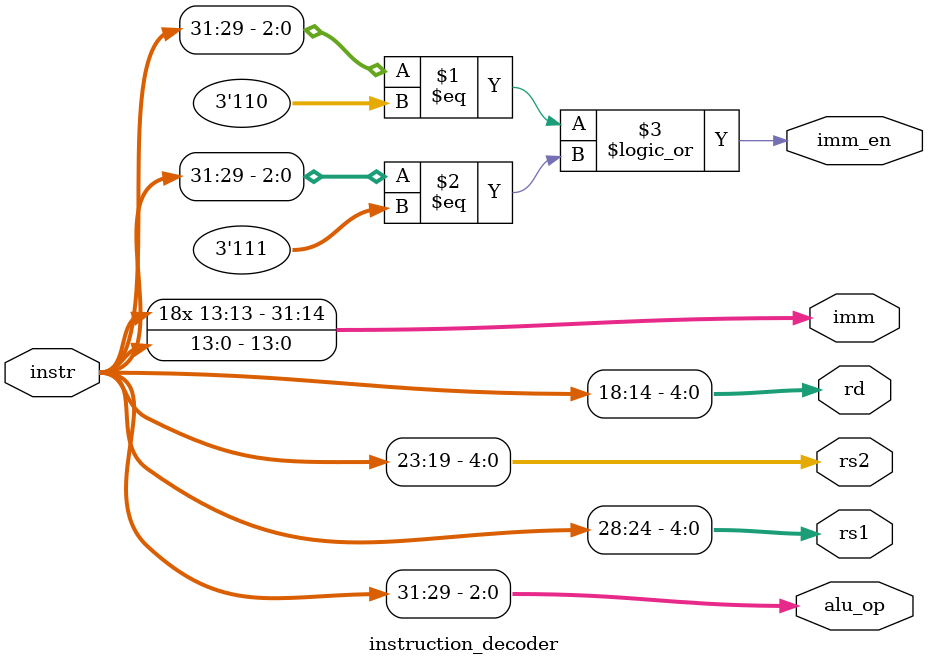
<source format=v>
module instruction_decoder (
    input [31:0] instr,
    output [2:0] alu_op,
    output [4:0] rs1, rs2, rd,
    output [31:0] imm,
    output imm_en
);
    assign alu_op = instr[31:29];
    assign rs1 = instr[28:24];
    assign rs2 = instr[23:19];
    assign rd  = instr[18:14];
    assign imm = {{18{instr[13]}}, instr[13:0]};
    assign imm_en = (alu_op == 3'b110 || alu_op == 3'b111);
endmodule
</source>
